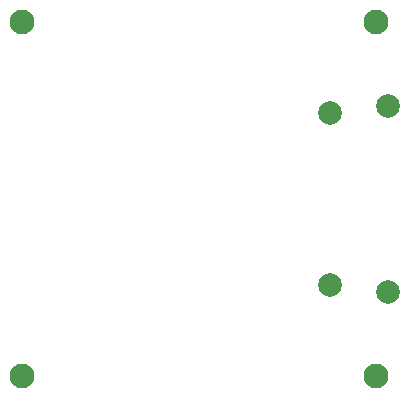
<source format=gbr>
%TF.GenerationSoftware,KiCad,Pcbnew,8.0.2*%
%TF.CreationDate,2024-06-01T15:43:50+01:00*%
%TF.ProjectId,hdmi-csi,68646d69-2d63-4736-992e-6b696361645f,rev?*%
%TF.SameCoordinates,Original*%
%TF.FileFunction,Soldermask,Bot*%
%TF.FilePolarity,Negative*%
%FSLAX46Y46*%
G04 Gerber Fmt 4.6, Leading zero omitted, Abs format (unit mm)*
G04 Created by KiCad (PCBNEW 8.0.2) date 2024-06-01 15:43:50*
%MOMM*%
%LPD*%
G01*
G04 APERTURE LIST*
%ADD10C,2.000000*%
%ADD11C,2.100000*%
G04 APERTURE END LIST*
D10*
%TO.C,CN1*%
X184950000Y-76850000D03*
X180050000Y-76250000D03*
X180050000Y-61750000D03*
X184950000Y-61150000D03*
%TD*%
D11*
%TO.C,H2*%
X184000000Y-54000000D03*
%TD*%
%TO.C,H3*%
X184000000Y-84000000D03*
%TD*%
%TO.C,H1*%
X154000000Y-54000000D03*
%TD*%
%TO.C,H4*%
X154000000Y-84000000D03*
%TD*%
M02*

</source>
